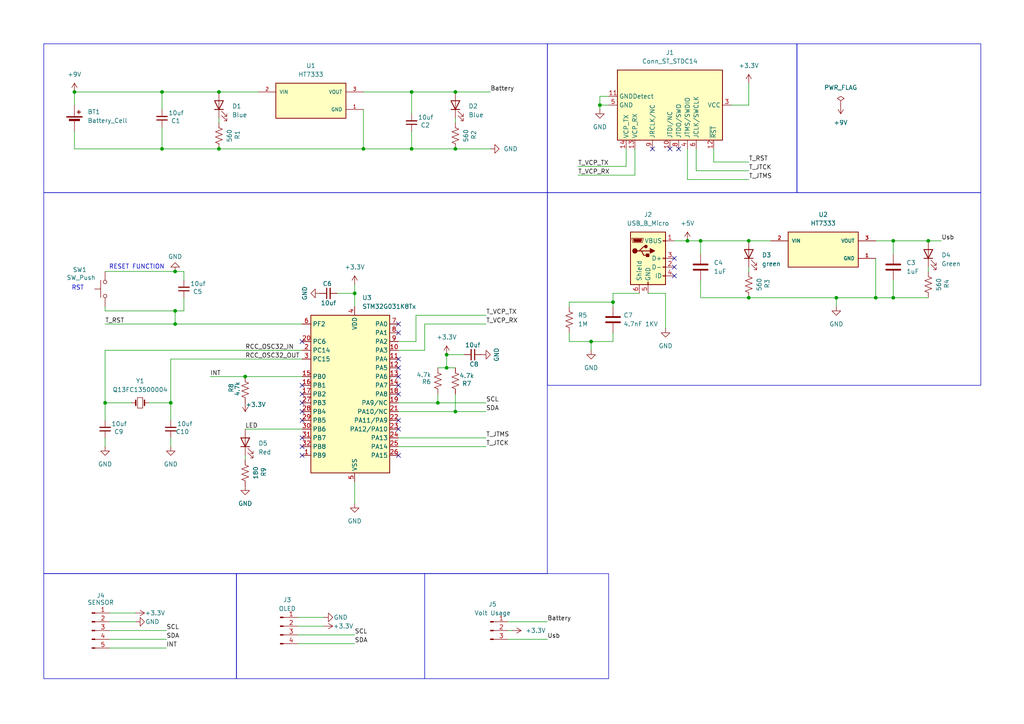
<source format=kicad_sch>
(kicad_sch (version 20250114) (generator "eeschema") (generator_version "9.0")
  (paper "A4")
  (lib_symbols
    (symbol "Connector:Conn_01x03_Pin" (pin_names (offset 1.016) (hide yes))
      (property "Reference" "J" (at 0 5.08 0))
      (property "Value" "Conn_01x03_Pin" (at 0 -5.08 0))
      (symbol "Conn_01x03_Pin_1_1"
        (rectangle (start 0.8636 2.667) (end 0 2.413) (stroke (width 0.1524)) (fill (type outline)))
        (rectangle (start 0.8636 0.127) (end 0 -0.127) (stroke (width 0.1524)) (fill (type outline)))
        (rectangle (start 0.8636 -2.413) (end 0 -2.667) (stroke (width 0.1524)) (fill (type outline)))
        (polyline (pts (xy 1.27 2.54) (xy 0.8636 2.54)) (stroke (width 0.1524)))
        (polyline (pts (xy 1.27 0) (xy 0.8636 0)) (stroke (width 0.1524)))
        (polyline (pts (xy 1.27 -2.54) (xy 0.8636 -2.54)) (stroke (width 0.1524)))
        (pin passive line (at 5.08 2.54 180) (length 3.81) (name "Pin_1") (number "1"))
        (pin passive line (at 5.08 0 180) (length 3.81) (name "Pin_2") (number "2"))
        (pin passive line (at 5.08 -2.54 180) (length 3.81) (name "Pin_3") (number "3"))
      )
    )
    (symbol "Connector:Conn_01x04_Pin" (pin_names (offset 1.016) (hide yes))
      (property "Reference" "J" (at 0 5.08 0))
      (property "Value" "Conn_01x04_Pin" (at 0 -7.62 0))
      (symbol "Conn_01x04_Pin_1_1"
        (rectangle (start 0.8636 2.667) (end 0 2.413) (stroke (width 0.1524)) (fill (type outline)))
        (rectangle (start 0.8636 0.127) (end 0 -0.127) (stroke (width 0.1524)) (fill (type outline)))
        (rectangle (start 0.8636 -2.413) (end 0 -2.667) (stroke (width 0.1524)) (fill (type outline)))
        (rectangle (start 0.8636 -4.953) (end 0 -5.207) (stroke (width 0.1524)) (fill (type outline)))
        (polyline (pts (xy 1.27 2.54) (xy 0.8636 2.54)) (stroke (width 0.1524)))
        (polyline (pts (xy 1.27 0) (xy 0.8636 0)) (stroke (width 0.1524)))
        (polyline (pts (xy 1.27 -2.54) (xy 0.8636 -2.54)) (stroke (width 0.1524)))
        (polyline (pts (xy 1.27 -5.08) (xy 0.8636 -5.08)) (stroke (width 0.1524)))
        (pin passive line (at 5.08 2.54 180) (length 3.81) (name "Pin_1") (number "1"))
        (pin passive line (at 5.08 0 180) (length 3.81) (name "Pin_2") (number "2"))
        (pin passive line (at 5.08 -2.54 180) (length 3.81) (name "Pin_3") (number "3"))
        (pin passive line (at 5.08 -5.08 180) (length 3.81) (name "Pin_4") (number "4"))
      )
    )
    (symbol "Connector:Conn_01x05_Pin" (pin_names (offset 1.016) (hide yes))
      (property "Reference" "J" (at 0 7.62 0))
      (property "Value" "Conn_01x05_Pin" (at 0 -7.62 0))
      (symbol "Conn_01x05_Pin_1_1"
        (rectangle (start 0.8636 5.207) (end 0 4.953) (stroke (width 0.1524)) (fill (type outline)))
        (rectangle (start 0.8636 2.667) (end 0 2.413) (stroke (width 0.1524)) (fill (type outline)))
        (rectangle (start 0.8636 0.127) (end 0 -0.127) (stroke (width 0.1524)) (fill (type outline)))
        (rectangle (start 0.8636 -2.413) (end 0 -2.667) (stroke (width 0.1524)) (fill (type outline)))
        (rectangle (start 0.8636 -4.953) (end 0 -5.207) (stroke (width 0.1524)) (fill (type outline)))
        (polyline (pts (xy 1.27 5.08) (xy 0.8636 5.08)) (stroke (width 0.1524)))
        (polyline (pts (xy 1.27 2.54) (xy 0.8636 2.54)) (stroke (width 0.1524)))
        (polyline (pts (xy 1.27 0) (xy 0.8636 0)) (stroke (width 0.1524)))
        (polyline (pts (xy 1.27 -2.54) (xy 0.8636 -2.54)) (stroke (width 0.1524)))
        (polyline (pts (xy 1.27 -5.08) (xy 0.8636 -5.08)) (stroke (width 0.1524)))
        (pin passive line (at 5.08 5.08 180) (length 3.81) (name "Pin_1") (number "1"))
        (pin passive line (at 5.08 2.54 180) (length 3.81) (name "Pin_2") (number "2"))
        (pin passive line (at 5.08 0 180) (length 3.81) (name "Pin_3") (number "3"))
        (pin passive line (at 5.08 -2.54 180) (length 3.81) (name "Pin_4") (number "4"))
        (pin passive line (at 5.08 -5.08 180) (length 3.81) (name "Pin_5") (number "5"))
      )
    )
    (symbol "Device:Battery_Cell" (pin_numbers (hide yes)) (pin_names (offset 0) (hide yes))
      (property "Reference" "BT" (at 2.54 2.54 0))
      (property "Value" "Battery_Cell" (at 2.54 0 0))
      (symbol "Battery_Cell_0_1"
        (rectangle (start -2.286 1.778) (end 2.286 1.524) (fill (type outline)))
        (rectangle (start -1.524 1.016) (end 1.524 0.508) (fill (type outline)))
        (polyline (pts (xy 0 1.778) (xy 0 2.54)))
        (polyline (pts (xy 0 0.762) (xy 0 0)))
        (polyline (pts (xy 0.762 3.048) (xy 1.778 3.048)) (stroke (width 0.254)))
        (polyline (pts (xy 1.27 3.556) (xy 1.27 2.54)) (stroke (width 0.254)))
      )
      (symbol "Battery_Cell_1_1"
        (pin passive line (at 0 5.08 270) (length 2.54) (name "+") (number "1"))
        (pin passive line (at 0 -2.54 90) (length 2.54) (name "-") (number "2"))
      )
    )
    (symbol "Device:C" (pin_numbers (hide yes)) (pin_names (offset 0.254))
      (property "Reference" "C" (at 0.635 2.54 0))
      (property "Value" "C" (at 0.635 -2.54 0))
      (symbol "C_0_1"
        (polyline (pts (xy -2.032 0.762) (xy 2.032 0.762)) (stroke (width 0.508)))
        (polyline (pts (xy -2.032 -0.762) (xy 2.032 -0.762)) (stroke (width 0.508)))
      )
      (symbol "C_1_1"
        (pin passive line (at 0 3.81 270) (length 2.794) (name "~") (number "1"))
        (pin passive line (at 0 -3.81 90) (length 2.794) (name "~") (number "2"))
      )
    )
    (symbol "Device:C_Small" (pin_numbers (hide yes)) (pin_names (offset 0.254) (hide yes))
      (property "Reference" "C" (at 0.254 1.778 0))
      (property "Value" "C_Small" (at 0.254 -2.032 0))
      (symbol "C_Small_0_1"
        (polyline (pts (xy -1.524 0.508) (xy 1.524 0.508)) (stroke (width 0.3048)))
        (polyline (pts (xy -1.524 -0.508) (xy 1.524 -0.508)) (stroke (width 0.3302)))
      )
      (symbol "C_Small_1_1"
        (pin passive line (at 0 2.54 270) (length 2.032) (name "~") (number "1"))
        (pin passive line (at 0 -2.54 90) (length 2.032) (name "~") (number "2"))
      )
    )
    (symbol "Device:Crystal_Small" (pin_numbers (hide yes)) (pin_names (offset 1.016) (hide yes))
      (property "Reference" "Y" (at 0 2.54 0))
      (property "Value" "Crystal_Small" (at 0 -2.54 0))
      (symbol "Crystal_Small_0_1"
        (polyline (pts (xy -1.27 -0.762) (xy -1.27 0.762)) (stroke (width 0.381)))
        (rectangle (start -0.762 -1.524) (end 0.762 1.524))
        (polyline (pts (xy 1.27 -0.762) (xy 1.27 0.762)) (stroke (width 0.381)))
      )
      (symbol "Crystal_Small_1_1"
        (pin passive line (at -2.54 0 0) (length 1.27) (name "1") (number "1"))
        (pin passive line (at 2.54 0 180) (length 1.27) (name "2") (number "2"))
      )
    )
    (symbol "Device:LED" (pin_numbers (hide yes)) (pin_names (offset 1.016) (hide yes))
      (property "Reference" "D" (at 0 2.54 0))
      (property "Value" "LED" (at 0 -2.54 0))
      (symbol "LED_0_1"
        (polyline (pts (xy -3.048 -0.762) (xy -4.572 -2.286) (xy -3.81 -2.286) (xy -4.572 -2.286) (xy -4.572 -1.524)))
        (polyline (pts (xy -1.778 -0.762) (xy -3.302 -2.286) (xy -2.54 -2.286) (xy -3.302 -2.286) (xy -3.302 -1.524)))
        (polyline (pts (xy -1.27 0) (xy 1.27 0)))
        (polyline (pts (xy -1.27 -1.27) (xy -1.27 1.27)) (stroke (width 0.254)))
        (polyline (pts (xy 1.27 -1.27) (xy 1.27 1.27) (xy -1.27 0) (xy 1.27 -1.27)) (stroke (width 0.254)))
      )
      (symbol "LED_1_1"
        (pin passive line (at -3.81 0 0) (length 2.54) (name "K") (number "1"))
        (pin passive line (at 3.81 0 180) (length 2.54) (name "A") (number "2"))
      )
    )
    (symbol "Device:R_US" (pin_numbers (hide yes)) (pin_names (offset 0))
      (property "Reference" "R" (at 2.54 0 90))
      (property "Value" "R_US" (at -2.54 0 90))
      (symbol "R_US_0_1"
        (polyline (pts (xy 0 2.286) (xy 0 2.54)))
        (polyline (pts (xy 0 2.286) (xy 1.016 1.905) (xy 0 1.524) (xy -1.016 1.143) (xy 0 0.762)))
        (polyline (pts (xy 0 0.762) (xy 1.016 0.381) (xy 0 0) (xy -1.016 -0.381) (xy 0 -0.762)))
        (polyline (pts (xy 0 -0.762) (xy 1.016 -1.143) (xy 0 -1.524) (xy -1.016 -1.905) (xy 0 -2.286)))
        (polyline (pts (xy 0 -2.286) (xy 0 -2.54)))
      )
      (symbol "R_US_1_1"
        (pin passive line (at 0 3.81 270) (length 1.27) (name "~") (number "1"))
        (pin passive line (at 0 -3.81 90) (length 1.27) (name "~") (number "2"))
      )
    )
    (symbol "HT7333:HT7333" (pin_names (offset 1.016))
      (property "Reference" "U" (at -10.16 5.588 0))
      (property "Value" "HT7333" (at -10.16 -7.62 0))
      (symbol "HT7333_0_0"
        (rectangle (start -10.16 -5.08) (end 10.16 5.08) (stroke (width 0.254)) (fill (type background)))
        (pin input line (at -15.24 2.54 0) (length 5.08) (name "VIN") (number "2"))
        (pin power_in line (at 15.24 -2.54 180) (length 5.08) (name "GND") (number "1"))
      )
      (symbol "HT7333_1_0"
        (pin power_out line (at 15.24 2.54 180) (length 5.08) (name "VOUT") (number "3"))
      )
    )
    (symbol "MasterLocal:Conn_ST_STDC14"
      (property "Reference" "J2" (at -8.89 16.51 0))
      (property "Value" "Conn_ST_STDC14" (at 17.78 16.51 0))
      (property "ManPartN" "3220-14-0100-00" (at 0 0 0))
      (property "Manufacturer" "CNC Tech" (at 0 0 0))
      (symbol "Conn_ST_STDC14_0_1"
        (rectangle (start -10.16 15.24) (end 10.16 -15.24) (stroke (width 0.254)) (fill (type background)))
      )
      (symbol "Conn_ST_STDC14_1_1"
        (pin no_connect line (at -10.16 5.08 0) (length 2.54) (hide yes) (name "NC") (number "1"))
        (pin no_connect line (at -10.16 2.54 0) (length 2.54) (hide yes) (name "NC") (number "2"))
        (pin passive line (at -2.54 -17.78 90) (length 2.54) (name "GNDDetect") (number "11"))
        (pin power_in line (at 0 17.78 270) (length 2.54) (name "VCC") (number "3"))
        (pin power_in line (at 0 -17.78 90) (length 2.54) (name "GND") (number "5"))
        (pin passive line (at 0 -17.78 90) (length 2.54) (hide yes) (name "GND") (number "7"))
        (pin open_collector line (at 12.7 12.7 180) (length 2.54) (name "~{RST}") (number "12"))
        (pin output line (at 12.7 7.62 180) (length 2.54) (name "JCLK/SWCLK") (number "6"))
        (pin bidirectional line (at 12.7 5.08 180) (length 2.54) (name "JTMS/SWDIO") (number "4"))
        (pin input line (at 12.7 2.54 180) (length 2.54) (name "JTDO/SWO") (number "8"))
        (pin output line (at 12.7 0 180) (length 2.54) (name "JTDI/NC") (number "10"))
        (pin input line (at 12.7 -5.08 180) (length 2.54) (name "JRCLK/NC") (number "9"))
        (pin output line (at 12.7 -10.16 180) (length 2.54) (name "VCP_RX") (number "13"))
        (pin input line (at 12.7 -12.7 180) (length 2.54) (name "VCP_TX") (number "14"))
      )
    )
    (symbol "MasterLocal:STM32G031K8Tx"
      (property "Reference" "U" (at -10.16 24.13 0))
      (property "Value" "STM32G031K8Tx" (at 5.08 24.13 0))
      (symbol "STM32G031K8Tx_0_1"
        (rectangle (start -10.16 -22.86) (end 12.7 22.86) (stroke (width 0.254)) (fill (type background)))
      )
      (symbol "STM32G031K8Tx_1_1"
        (pin bidirectional line (at -12.7 20.32 0) (length 2.54) (name "PF2") (number "6"))
        (pin bidirectional line (at -12.7 15.24 0) (length 2.54) (name "PC6") (number "20"))
        (pin bidirectional line (at -12.7 12.7 0) (length 2.54) (name "PC14") (number "2"))
        (pin bidirectional line (at -12.7 10.16 0) (length 2.54) (name "PC15") (number "3"))
        (pin bidirectional line (at -12.7 5.08 0) (length 2.54) (name "PB0") (number "15"))
        (pin bidirectional line (at -12.7 2.54 0) (length 2.54) (name "PB1") (number "16"))
        (pin bidirectional line (at -12.7 0 0) (length 2.54) (name "PB2") (number "17"))
        (pin bidirectional line (at -12.7 -2.54 0) (length 2.54) (name "PB3") (number "27"))
        (pin bidirectional line (at -12.7 -5.08 0) (length 2.54) (name "PB4") (number "28"))
        (pin bidirectional line (at -12.7 -7.62 0) (length 2.54) (name "PB5") (number "29"))
        (pin bidirectional line (at -12.7 -10.16 0) (length 2.54) (name "PB6") (number "30"))
        (pin bidirectional line (at -12.7 -12.7 0) (length 2.54) (name "PB7") (number "31"))
        (pin bidirectional line (at -12.7 -15.24 0) (length 2.54) (name "PB8") (number "32"))
        (pin bidirectional line (at -12.7 -17.78 0) (length 2.54) (name "PB9") (number "1"))
        (pin power_in line (at 2.54 25.4 270) (length 2.54) (name "VDD") (number "4"))
        (pin power_in line (at 2.54 -25.4 90) (length 2.54) (name "VSS") (number "5"))
        (pin bidirectional line (at 15.24 20.32 180) (length 2.54) (name "PA0") (number "7"))
        (pin bidirectional line (at 15.24 17.78 180) (length 2.54) (name "PA1") (number "8"))
        (pin bidirectional line (at 15.24 15.24 180) (length 2.54) (name "PA2") (number "9"))
        (pin bidirectional line (at 15.24 12.7 180) (length 2.54) (name "PA3") (number "10"))
        (pin bidirectional line (at 15.24 10.16 180) (length 2.54) (name "PA4") (number "11"))
        (pin bidirectional line (at 15.24 7.62 180) (length 2.54) (name "PA5") (number "12"))
        (pin bidirectional line (at 15.24 5.08 180) (length 2.54) (name "PA6") (number "13"))
        (pin bidirectional line (at 15.24 2.54 180) (length 2.54) (name "PA7") (number "14"))
        (pin bidirectional line (at 15.24 0 180) (length 2.54) (name "PA8") (number "18"))
        (pin bidirectional line (at 15.24 -2.54 180) (length 2.54) (name "PA9/NC") (number "19"))
        (pin bidirectional line (at 15.24 -5.08 180) (length 2.54) (name "PA10/NC") (number "21"))
        (pin bidirectional line (at 15.24 -7.62 180) (length 2.54) (name "PA11/PA9") (number "22"))
        (pin bidirectional line (at 15.24 -10.16 180) (length 2.54) (name "PA12/PA10") (number "23"))
        (pin bidirectional line (at 15.24 -12.7 180) (length 2.54) (name "PA13") (number "24"))
        (pin bidirectional line (at 15.24 -15.24 180) (length 2.54) (name "PA14") (number "25"))
        (pin bidirectional line (at 15.24 -17.78 180) (length 2.54) (name "PA15") (number "26"))
      )
    )
    (symbol "MasterLocal:USB_B_Micro" (pin_names (offset 1.016))
      (property "Reference" "J" (at -5.08 11.43 0))
      (property "Value" "USB_B_Micro" (at -5.08 8.89 0))
      (symbol "USB_B_Micro_0_1"
        (rectangle (start -5.08 -7.62) (end 5.08 7.62) (stroke (width 0.254)) (fill (type background)))
        (polyline (pts (xy -4.699 5.842) (xy -4.699 5.588) (xy -4.445 4.826) (xy -4.445 4.572) (xy -1.651 4.572) (xy -1.651 4.826) (xy -1.397 5.588) (xy -1.397 5.842) (xy -4.699 5.842)))
        (polyline (pts (xy -4.318 5.588) (xy -1.778 5.588) (xy -2.032 4.826) (xy -4.064 4.826) (xy -4.318 5.588)) (fill (type outline)))
        (circle (center -3.81 2.159) (radius 0.635) (stroke (width 0.254)) (fill (type outline)))
        (polyline (pts (xy -3.175 2.159) (xy -2.54 2.159) (xy -1.27 3.429) (xy -0.635 3.429)) (stroke (width 0.254)))
        (polyline (pts (xy -2.54 2.159) (xy -1.905 2.159) (xy -1.27 0.889) (xy 0 0.889)) (stroke (width 0.254)))
        (polyline (pts (xy -1.905 2.159) (xy 0.635 2.159)) (stroke (width 0.254)))
        (circle (center -0.635 3.429) (radius 0.381) (stroke (width 0.254)) (fill (type outline)))
        (rectangle (start -0.127 -7.62) (end 0.127 -6.858))
        (rectangle (start 0.254 1.27) (end -0.508 0.508) (stroke (width 0.254)) (fill (type outline)))
        (polyline (pts (xy 0.635 2.794) (xy 0.635 1.524) (xy 1.905 2.159) (xy 0.635 2.794)) (stroke (width 0.254)) (fill (type outline)))
        (rectangle (start 5.08 4.953) (end 4.318 5.207))
        (rectangle (start 5.08 -0.127) (end 4.318 0.127))
        (rectangle (start 5.08 -2.667) (end 4.318 -2.413))
        (rectangle (start 5.08 -5.207) (end 4.318 -4.953))
      )
      (symbol "USB_B_Micro_1_1"
        (pin passive line (at -2.54 -10.16 90) (length 2.54) (name "Shield") (number "6"))
        (pin power_out line (at 0 -10.16 90) (length 2.54) (name "GND") (number "5"))
        (pin power_out line (at 7.62 5.08 180) (length 2.54) (name "VBUS") (number "1"))
        (pin bidirectional line (at 7.62 0 180) (length 2.54) (name "D+") (number "3"))
        (pin bidirectional line (at 7.62 -2.54 180) (length 2.54) (name "D-") (number "2"))
        (pin passive line (at 7.62 -5.08 180) (length 2.54) (name "ID") (number "4"))
      )
    )
    (symbol "Switch:SW_Push" (pin_numbers (hide yes)) (pin_names (offset 1.016) (hide yes))
      (property "Reference" "SW" (at 1.27 2.54 0))
      (property "Value" "SW_Push" (at 0 -1.524 0))
      (symbol "SW_Push_0_1"
        (circle (center -2.032 0) (radius 0.508))
        (polyline (pts (xy 0 1.27) (xy 0 3.048)))
        (circle (center 2.032 0) (radius 0.508))
        (polyline (pts (xy 2.54 1.27) (xy -2.54 1.27)))
        (pin passive line (at -5.08 0 0) (length 2.54) (name "1") (number "1"))
        (pin passive line (at 5.08 0 180) (length 2.54) (name "2") (number "2"))
      )
    )
    (symbol "power:+3.3V" (power) (pin_numbers (hide yes)) (pin_names (offset 0) (hide yes))
      (property "Value" "+3.3V" (at 0 3.556 0))
      (symbol "+3.3V_0_1"
        (polyline (pts (xy -0.762 1.27) (xy 0 2.54)))
        (polyline (pts (xy 0 2.54) (xy 0.762 1.27)))
        (polyline (pts (xy 0 0) (xy 0 2.54)))
      )
      (symbol "+3.3V_1_1"
        (pin power_in line (at 0 0 90) (length 0) (name "~") (number "1"))
      )
    )
    (symbol "power:+5V" (power) (pin_numbers (hide yes)) (pin_names (offset 0) (hide yes))
      (property "Value" "+5V" (at 0 3.556 0))
      (symbol "+5V_0_1"
        (polyline (pts (xy -0.762 1.27) (xy 0 2.54)))
        (polyline (pts (xy 0 2.54) (xy 0.762 1.27)))
        (polyline (pts (xy 0 0) (xy 0 2.54)))
      )
      (symbol "+5V_1_1"
        (pin power_in line (at 0 0 90) (length 0) (name "~") (number "1"))
      )
    )
    (symbol "power:+9V" (power) (pin_numbers (hide yes)) (pin_names (offset 0) (hide yes))
      (property "Value" "+9V" (at 0 3.556 0))
      (symbol "+9V_0_1"
        (polyline (pts (xy -0.762 1.27) (xy 0 2.54)))
        (polyline (pts (xy 0 2.54) (xy 0.762 1.27)))
        (polyline (pts (xy 0 0) (xy 0 2.54)))
      )
      (symbol "+9V_1_1"
        (pin power_in line (at 0 0 90) (length 0) (name "~") (number "1"))
      )
    )
    (symbol "power:GND" (power) (pin_numbers (hide yes)) (pin_names (offset 0) (hide yes))
      (property "Value" "GND" (at 0 -3.81 0))
      (symbol "GND_0_1"
        (polyline (pts (xy 0 0) (xy 0 -1.27) (xy 1.27 -1.27) (xy 0 -2.54) (xy -1.27 -1.27) (xy 0 -1.27)))
      )
      (symbol "GND_1_1"
        (pin power_in line (at 0 0 270) (length 0) (name "~") (number "1"))
      )
    )
    (symbol "power:PWR_FLAG" (power) (pin_numbers (hide yes)) (pin_names (offset 0) (hide yes))
      (property "Value" "PWR_FLAG" (at 0 3.81 0))
      (symbol "PWR_FLAG_0_0"
        (pin power_out line (at 0 0 90) (length 0) (name "~") (number "1"))
      )
      (symbol "PWR_FLAG_0_1"
        (polyline (pts (xy 0 0) (xy 0 1.27) (xy -1.016 1.905) (xy 0 2.54) (xy 1.016 1.905) (xy 0 1.27)))
      )
    )
  )
  (rectangle (start 12.7 166.37) (end 68.58 196.85))
  (rectangle (start 68.58 166.37) (end 123.19 196.85))
  (rectangle (start 12.7 12.7) (end 158.75 55.88))
  (rectangle (start 12.7 55.88) (end 158.75 166.37))
  (rectangle (start 123.19 166.37) (end 176.53 196.85))
  (rectangle (start 158.75 55.88) (end 284.48 111.76))
  (rectangle (start 158.75 12.7) (end 231.14 55.88))
  (rectangle (start 231.14 12.7) (end 284.48 55.88))
  (text "RST" (at 24.384 84.328 0) (effects (font (size 1.27 1.27)) (justify right bottom)))
  (text "RESET FUNCTION" (at 47.752 78.232 0) (effects (font (size 1.27 1.27)) (justify right bottom)))
  (junction (at 132.08 43.18))
  (junction (at 259.08 69.85))
  (junction (at 46.99 26.67))
  (junction (at 242.57 86.36))
  (junction (at 50.8 78.74))
  (junction (at 217.17 69.85))
  (junction (at 171.45 99.06))
  (junction (at 21.59 26.67))
  (junction (at 173.99 30.48))
  (junction (at 132.08 119.38))
  (junction (at 105.41 43.18))
  (junction (at 217.17 86.36))
  (junction (at 63.5 43.18))
  (junction (at 177.8 87.63))
  (junction (at 254 86.36))
  (junction (at 127 116.84))
  (junction (at 132.08 26.67))
  (junction (at 30.48 116.84))
  (junction (at 259.08 86.36))
  (junction (at 102.87 85.09))
  (junction (at 129.54 106.68))
  (junction (at 199.39 69.85))
  (junction (at 203.2 69.85))
  (junction (at 50.8 90.17))
  (junction (at 46.99 43.18))
  (junction (at 129.54 102.87))
  (junction (at 71.12 109.22))
  (junction (at 119.38 26.67))
  (junction (at 49.53 116.84))
  (junction (at 50.8 93.98))
  (junction (at 63.5 26.67))
  (junction (at 269.24 69.85))
  (junction (at 119.38 43.18))
  (no_connect (at 115.57 111.76))
  (no_connect (at 189.23 43.18))
  (no_connect (at 115.57 96.52))
  (no_connect (at 115.57 93.98))
  (no_connect (at 196.85 43.18))
  (no_connect (at 115.57 121.92))
  (no_connect (at 87.63 132.08))
  (no_connect (at 115.57 109.22))
  (no_connect (at 87.63 121.92))
  (no_connect (at 87.63 116.84))
  (no_connect (at 115.57 132.08))
  (no_connect (at 87.63 127))
  (no_connect (at 195.58 77.47))
  (no_connect (at 87.63 119.38))
  (no_connect (at 115.57 124.46))
  (no_connect (at 195.58 80.01))
  (no_connect (at 87.63 111.76))
  (no_connect (at 115.57 104.14))
  (no_connect (at 87.63 114.3))
  (no_connect (at 194.31 43.18))
  (no_connect (at 115.57 106.68))
  (no_connect (at 115.57 114.3))
  (no_connect (at 87.63 129.54))
  (no_connect (at 87.63 99.06))
  (no_connect (at 195.58 74.93))
  (wire (pts (xy 242.57 86.36) (xy 242.57 88.9)))
  (wire (pts (xy 119.38 26.67) (xy 119.38 33.02)))
  (wire (pts (xy 46.99 26.67) (xy 46.99 31.75)))
  (wire (pts (xy 50.8 90.17) (xy 53.34 90.17)))
  (wire (pts (xy 50.8 93.98) (xy 87.63 93.98)))
  (wire (pts (xy 199.39 43.18) (xy 199.39 52.07)))
  (wire (pts (xy 71.12 132.08) (xy 71.12 133.35)))
  (wire (pts (xy 207.01 46.99) (xy 207.01 43.18)))
  (wire (pts (xy 132.08 119.38) (xy 140.97 119.38)))
  (wire (pts (xy 30.48 127) (xy 30.48 129.54)))
  (wire (pts (xy 199.39 69.85) (xy 203.2 69.85)))
  (wire (pts (xy 30.48 88.9) (xy 30.48 90.17)))
  (wire (pts (xy 30.48 101.6) (xy 30.48 116.84)))
  (wire (pts (xy 147.32 182.88) (xy 148.59 182.88)))
  (wire (pts (xy 115.57 129.54) (xy 140.97 129.54)))
  (wire (pts (xy 254 86.36) (xy 259.08 86.36)))
  (wire (pts (xy 102.87 139.7) (xy 102.87 146.05)))
  (wire (pts (xy 53.34 78.74) (xy 53.34 81.28)))
  (wire (pts (xy 132.08 114.3) (xy 132.08 119.38)))
  (wire (pts (xy 49.53 127) (xy 49.53 129.54)))
  (wire (pts (xy 30.48 90.17) (xy 50.8 90.17)))
  (wire (pts (xy 86.36 186.69) (xy 102.87 186.69)))
  (wire (pts (xy 97.79 85.09) (xy 102.87 85.09)))
  (wire (pts (xy 217.17 69.85) (xy 223.52 69.85)))
  (wire (pts (xy 105.41 43.18) (xy 119.38 43.18)))
  (wire (pts (xy 30.48 93.98) (xy 50.8 93.98)))
  (wire (pts (xy 269.24 69.85) (xy 259.08 69.85)))
  (wire (pts (xy 30.48 101.6) (xy 87.63 101.6)))
  (wire (pts (xy 21.59 38.1) (xy 21.59 43.18)))
  (wire (pts (xy 193.04 85.09) (xy 187.96 85.09)))
  (wire (pts (xy 147.32 185.42) (xy 158.75 185.42)))
  (wire (pts (xy 63.5 34.29) (xy 63.5 35.56)))
  (wire (pts (xy 177.8 99.06) (xy 171.45 99.06)))
  (wire (pts (xy 132.08 34.29) (xy 132.08 35.56)))
  (wire (pts (xy 181.61 43.18) (xy 181.61 48.26)))
  (wire (pts (xy 71.12 109.22) (xy 87.63 109.22)))
  (wire (pts (xy 119.38 38.1) (xy 119.38 43.18)))
  (wire (pts (xy 86.36 179.07) (xy 93.98 179.07)))
  (wire (pts (xy 86.36 184.15) (xy 102.87 184.15)))
  (wire (pts (xy 30.48 116.84) (xy 38.1 116.84)))
  (wire (pts (xy 115.57 127) (xy 140.97 127)))
  (wire (pts (xy 31.75 187.96) (xy 48.26 187.96)))
  (wire (pts (xy 273.05 69.85) (xy 269.24 69.85)))
  (wire (pts (xy 53.34 86.36) (xy 53.34 90.17)))
  (wire (pts (xy 50.8 90.17) (xy 50.8 93.98)))
  (wire (pts (xy 120.65 91.44) (xy 120.65 99.06)))
  (wire (pts (xy 21.59 26.67) (xy 46.99 26.67)))
  (wire (pts (xy 171.45 99.06) (xy 171.45 101.6)))
  (wire (pts (xy 30.48 116.84) (xy 30.48 121.92)))
  (wire (pts (xy 165.1 99.06) (xy 165.1 96.52)))
  (wire (pts (xy 259.08 69.85) (xy 259.08 73.66)))
  (wire (pts (xy 127 106.68) (xy 129.54 106.68)))
  (wire (pts (xy 165.1 87.63) (xy 165.1 88.9)))
  (wire (pts (xy 129.54 102.87) (xy 129.54 106.68)))
  (wire (pts (xy 127 114.3) (xy 127 116.84)))
  (wire (pts (xy 115.57 99.06) (xy 120.65 99.06)))
  (wire (pts (xy 31.75 180.34) (xy 39.37 180.34)))
  (wire (pts (xy 102.87 82.55) (xy 102.87 85.09)))
  (wire (pts (xy 31.75 185.42) (xy 48.26 185.42)))
  (wire (pts (xy 63.5 26.67) (xy 74.93 26.67)))
  (wire (pts (xy 176.53 30.48) (xy 173.99 30.48)))
  (wire (pts (xy 102.87 85.09) (xy 102.87 88.9)))
  (wire (pts (xy 21.59 30.48) (xy 21.59 26.67)))
  (wire (pts (xy 203.2 69.85) (xy 217.17 69.85)))
  (wire (pts (xy 199.39 52.07) (xy 217.17 52.07)))
  (wire (pts (xy 115.57 101.6) (xy 123.19 101.6)))
  (wire (pts (xy 173.99 30.48) (xy 173.99 31.75)))
  (wire (pts (xy 105.41 31.75) (xy 105.41 43.18)))
  (wire (pts (xy 259.08 81.28) (xy 259.08 86.36)))
  (wire (pts (xy 147.32 180.34) (xy 158.75 180.34)))
  (wire (pts (xy 31.75 182.88) (xy 48.26 182.88)))
  (wire (pts (xy 46.99 26.67) (xy 63.5 26.67)))
  (wire (pts (xy 115.57 119.38) (xy 132.08 119.38)))
  (wire (pts (xy 217.17 24.13) (xy 217.17 30.48)))
  (wire (pts (xy 177.8 85.09) (xy 177.8 87.63)))
  (wire (pts (xy 254 86.36) (xy 242.57 86.36)))
  (wire (pts (xy 177.8 96.52) (xy 177.8 99.06)))
  (wire (pts (xy 201.93 43.18) (xy 201.93 49.53)))
  (wire (pts (xy 127 116.84) (xy 140.97 116.84)))
  (wire (pts (xy 43.18 116.84) (xy 49.53 116.84)))
  (wire (pts (xy 184.15 43.18) (xy 184.15 50.8)))
  (wire (pts (xy 134.62 102.87) (xy 129.54 102.87)))
  (wire (pts (xy 203.2 73.66) (xy 203.2 69.85)))
  (wire (pts (xy 177.8 85.09) (xy 185.42 85.09)))
  (wire (pts (xy 254 74.93) (xy 254 86.36)))
  (wire (pts (xy 193.04 85.09) (xy 193.04 95.25)))
  (wire (pts (xy 203.2 81.28) (xy 203.2 86.36)))
  (wire (pts (xy 176.53 27.94) (xy 173.99 27.94)))
  (wire (pts (xy 217.17 86.36) (xy 242.57 86.36)))
  (wire (pts (xy 132.08 43.18) (xy 142.24 43.18)))
  (wire (pts (xy 119.38 26.67) (xy 132.08 26.67)))
  (wire (pts (xy 173.99 27.94) (xy 173.99 30.48)))
  (wire (pts (xy 217.17 46.99) (xy 207.01 46.99)))
  (wire (pts (xy 49.53 104.14) (xy 87.63 104.14)))
  (wire (pts (xy 60.96 109.22) (xy 71.12 109.22)))
  (wire (pts (xy 123.19 93.98) (xy 123.19 101.6)))
  (wire (pts (xy 167.64 50.8) (xy 184.15 50.8)))
  (wire (pts (xy 71.12 124.46) (xy 87.63 124.46)))
  (wire (pts (xy 217.17 77.47) (xy 217.17 78.74)))
  (wire (pts (xy 201.93 49.53) (xy 217.17 49.53)))
  (wire (pts (xy 46.99 36.83) (xy 46.99 43.18)))
  (wire (pts (xy 171.45 99.06) (xy 165.1 99.06)))
  (wire (pts (xy 49.53 116.84) (xy 49.53 121.92)))
  (wire (pts (xy 120.65 91.44) (xy 140.97 91.44)))
  (wire (pts (xy 203.2 86.36) (xy 217.17 86.36)))
  (wire (pts (xy 105.41 26.67) (xy 119.38 26.67)))
  (wire (pts (xy 49.53 116.84) (xy 49.53 104.14)))
  (wire (pts (xy 123.19 93.98) (xy 140.97 93.98)))
  (wire (pts (xy 46.99 43.18) (xy 63.5 43.18)))
  (wire (pts (xy 119.38 43.18) (xy 132.08 43.18)))
  (wire (pts (xy 195.58 69.85) (xy 199.39 69.85)))
  (wire (pts (xy 115.57 116.84) (xy 127 116.84)))
  (wire (pts (xy 181.61 48.26) (xy 167.64 48.26)))
  (wire (pts (xy 212.09 30.48) (xy 217.17 30.48)))
  (wire (pts (xy 30.48 78.74) (xy 50.8 78.74)))
  (wire (pts (xy 269.24 77.47) (xy 269.24 78.74)))
  (wire (pts (xy 50.8 78.74) (xy 53.34 78.74)))
  (wire (pts (xy 129.54 106.68) (xy 132.08 106.68)))
  (wire (pts (xy 254 69.85) (xy 259.08 69.85)))
  (wire (pts (xy 132.08 26.67) (xy 142.24 26.67)))
  (wire (pts (xy 259.08 86.36) (xy 269.24 86.36)))
  (wire (pts (xy 39.37 177.8) (xy 31.75 177.8)))
  (wire (pts (xy 177.8 87.63) (xy 165.1 87.63)))
  (wire (pts (xy 21.59 43.18) (xy 46.99 43.18)))
  (wire (pts (xy 177.8 88.9) (xy 177.8 87.63)))
  (wire (pts (xy 63.5 43.18) (xy 105.41 43.18)))
  (wire (pts (xy 86.36 181.61) (xy 93.98 181.61)))
  (label "SCL" (at 102.87 184.15 0))
  (label "T_JTMS" (at 217.17 52.07 0))
  (label "T_RST" (at 217.17 46.99 0))
  (label "SDA" (at 140.97 119.38 0))
  (label "SCL" (at 140.97 116.84 0))
  (label "LED" (at 71.12 124.46 0))
  (label "RCC_OSC32_OUT" (at 71.12 104.14 0))
  (label "INT" (at 48.26 187.96 0))
  (label "T_JTCK" (at 217.17 49.53 0))
  (label "T_RST" (at 30.48 93.98 0))
  (label "SDA" (at 48.26 185.42 0))
  (label "T_VCP_RX" (at 140.97 93.98 0))
  (label "Usb" (at 158.75 185.42 0))
  (label "RCC_OSC32_IN" (at 71.12 101.6 0))
  (label "T_VCP_RX" (at 167.64 50.8 0))
  (label "T_VCP_TX" (at 167.64 48.26 0))
  (label "SCL" (at 48.26 182.88 0))
  (label "SDA" (at 102.87 186.69 0))
  (label "T_JTCK" (at 140.97 129.54 0))
  (label "Battery" (at 142.24 26.67 0))
  (label "INT" (at 60.96 109.22 0))
  (label "T_VCP_TX" (at 140.97 91.44 0))
  (label "Usb" (at 273.05 69.85 0))
  (label "Battery" (at 158.75 180.34 0))
  (label "T_JTMS" (at 140.97 127 0))
  (symbol (lib_id "power:+3.3V") (at 217.17 24.13 0) (unit 1)
    (property "Reference" "#PWR01" (effects (hide yes)))
    (property "Value" "+3.3V" (at 217.17 19.05 0))
    (property "Description" "Power symbol creates a global label with name \"+3.3V\"" (effects (hide yes)))
  )
  (symbol (lib_id "power:+9V") (at 243.84 30.48 180) (unit 1)
    (property "Reference" "#PWR03" (effects (hide yes)))
    (property "Value" "+9V" (at 243.84 35.56 0))
    (property "Description" "Power symbol creates a global label with name \"+9V\"" (effects (hide yes)))
  )
  (symbol (lib_id "Device:R_US") (at 217.17 82.55 180) (unit 1)
    (property "Reference" "R3" (at 222.504 82.296 90))
    (property "Value" "560" (at 220.218 82.55 90))
    (property "Footprint" "MasterLocal:R_0603_1608Metric" (effects (hide yes)))
    (property "Description" "Resistor, US symbol" (effects (hide yes)))
  )
  (symbol (lib_id "power:+3.3V") (at 129.54 102.87 0) (unit 1)
    (property "Reference" "#PWR013" (effects (hide yes)))
    (property "Value" "+3.3V" (at 129.54 97.79 0))
    (property "Description" "Power symbol creates a global label with name \"+3.3V\"" (effects (hide yes)))
  )
  (symbol (lib_id "power:GND") (at 242.57 88.9 0) (unit 1)
    (property "Reference" "#PWR010" (effects (hide yes)))
    (property "Value" "GND" (at 242.57 93.98 0))
    (property "Description" "Power symbol creates a global label with name \"GND\" , ground" (effects (hide yes)))
  )
  (symbol (lib_id "power:+3.3V") (at 71.12 116.84 180) (unit 1)
    (property "Reference" "#PWR015" (effects (hide yes)))
    (property "Value" "+3.3V" (at 74.168 117.348 0))
    (property "Description" "Power symbol creates a global label with name \"+3.3V\"" (effects (hide yes)))
  )
  (symbol (lib_id "power:GND") (at 142.24 43.18 90) (unit 1)
    (property "Reference" "#PWR05" (effects (hide yes)))
    (property "Value" "GND" (at 146.05 43.1799 90) (effects (justify right)))
    (property "Description" "Power symbol creates a global label with name \"GND\" , ground" (effects (hide yes)))
  )
  (symbol (lib_id "Device:LED") (at 71.12 128.27 90) (unit 1)
    (property "Reference" "D5" (at 74.93 128.5874 90) (effects (justify right)))
    (property "Value" "Red" (at 74.93 131.1274 90) (effects (justify right)))
    (property "Footprint" "MasterLocal:LED_0603_1608Metric" (effects (hide yes)))
    (property "Description" "Light emitting diode" (effects (hide yes)))
    (property "Sim.Pins" "1=K 2=A" (effects (hide yes)))
  )
  (symbol (lib_id "HT7333:HT7333") (at 90.17 29.21 0) (unit 1)
    (property "Reference" "U1" (at 90.17 19.05 0))
    (property "Value" "HT7333" (at 90.17 21.59 0))
    (property "Footprint" "MasterLocal:IC_HT7333" (effects (hide yes)))
    (property "MF" "Holtek Semiconductor" (effects (hide yes)))
    (property "MAXIMUM_PACKAGE_HEIGHT" "1.6 mm" (effects (hide yes)))
    (property "Package" "None" (effects (hide yes)))
    (property "Price" "None" (effects (hide yes)))
    (property "Check_prices" "https://www.snapeda.com/parts/HT7333/Holtek/view-part/?ref=eda" (effects (hide yes)))
    (property "STANDARD" "Manufacturer Recommendations" (effects (hide yes)))
    (property "PARTREV" "1.80" (effects (hide yes)))
    (property "SnapEDA_Link" "https://www.snapeda.com/parts/HT7333/Holtek/view-part/?ref=snap" (effects (hide yes)))
    (property "MP" "HT7333" (effects (hide yes)))
    (property "Description_1" "Three-terminal, low power, high voltage regulator implemented in CMOS technology" (effects (hide yes)))
    (property "SNAPEDA_PN" "HT7333" (effects (hide yes)))
    (property "Availability" "In Stock" (effects (hide yes)))
    (property "MANUFACTURER" "Holtek" (effects (hide yes)))
  )
  (symbol (lib_id "Connector:Conn_01x05_Pin") (at 26.67 182.88 0) (unit 1)
    (property "Reference" "J4" (at 29.21 172.72 0))
    (property "Value" "SENSOR" (at 29.21 174.752 0))
    (property "Footprint" "Connector_PinHeader_2.54mm:PinHeader_1x05_P2.54mm_Vertical" (effects (hide yes)))
    (property "Description" "Generic connector, single row, 01x05, script generated" (effects (hide yes)))
  )
  (symbol (lib_id "MasterLocal:Conn_ST_STDC14") (at 194.31 30.48 270) (unit 1)
    (property "Reference" "J1" (at 194.31 15.24 90))
    (property "Value" "Conn_ST_STDC14" (at 194.31 17.78 90))
    (property "Footprint" "MasterLocal:3220-14-0100-00" (effects (hide yes)))
    (property "Datasheet" "https://www.cnctech.us/pdfs/3220-XX-0100-00_.pdf" (effects (hide yes)))
    (property "Description" "ST Debug Connector, standard ARM Cortex-M SWD and JTAG interface plus UART" (effects (hide yes)))
    (property "ManPartN" "3220-14-0100-00" (effects (hide yes)))
    (property "Manufacturer" "CNC Tech" (effects (hide yes)))
  )
  (symbol (lib_id "power:GND") (at 49.53 129.54 0) (unit 1)
    (property "Reference" "#PWR017" (effects (hide yes)))
    (property "Value" "GND" (at 49.53 134.62 0))
    (property "Description" "Power symbol creates a global label with name \"GND\" , ground" (effects (hide yes)))
  )
  (symbol (lib_id "Device:R_US") (at 132.08 110.49 180) (unit 1)
    (property "Reference" "R7" (at 135.382 111.252 0))
    (property "Value" "4.7k" (at 135.382 108.966 0))
    (property "Footprint" "MasterLocal:R_0603_1608Metric" (effects (hide yes)))
    (property "Description" "Resistor, US symbol" (effects (hide yes)))
  )
  (symbol (lib_id "Device:C_Small") (at 137.16 102.87 270) (unit 1)
    (property "Reference" "C8" (at 136.144 105.664 90) (effects (justify left)))
    (property "Value" "10uf" (at 134.874 100.076 90) (effects (justify left)))
    (property "Footprint" "MasterLocal:C_0603_1608Metric" (effects (hide yes)))
    (property "Description" "Unpolarized capacitor, small symbol" (effects (hide yes)))
  )
  (symbol (lib_id "Device:R_US") (at 63.5 39.37 180) (unit 1)
    (property "Reference" "R1" (at 68.834 39.116 90))
    (property "Value" "560" (at 66.548 39.37 90))
    (property "Footprint" "MasterLocal:R_0603_1608Metric" (effects (hide yes)))
    (property "Description" "Resistor, US symbol" (effects (hide yes)))
  )
  (symbol (lib_id "power:GND") (at 139.7 102.87 90) (unit 1)
    (property "Reference" "#PWR014" (effects (hide yes)))
    (property "Value" "GND" (at 144.018 102.87 0))
    (property "Description" "Power symbol creates a global label with name \"GND\" , ground" (effects (hide yes)))
  )
  (symbol (lib_id "Device:C") (at 203.2 77.47 0) (unit 1)
    (property "Reference" "C4" (at 207.01 76.1999 0) (effects (justify left)))
    (property "Value" "1uF" (at 207.01 78.7399 0) (effects (justify left)))
    (property "Footprint" "MasterLocal:C_0603_1608Metric" (effects (hide yes)))
    (property "Description" "Unpolarized capacitor" (effects (hide yes)))
  )
  (symbol (lib_id "Device:C_Small") (at 119.38 35.56 180) (unit 1)
    (property "Reference" "C2" (at 124.714 36.322 0) (effects (justify left)))
    (property "Value" "10uf" (at 125.73 34.036 0) (effects (justify left)))
    (property "Footprint" "MasterLocal:C_0603_1608Metric" (effects (hide yes)))
    (property "Description" "Unpolarized capacitor, small symbol" (effects (hide yes)))
  )
  (symbol (lib_id "power:+3.3V") (at 39.37 177.8 270) (unit 1)
    (property "Reference" "#PWR020" (effects (hide yes)))
    (property "Value" "+3.3V" (at 44.958 177.8 90))
    (property "Description" "Power symbol creates a global label with name \"+3.3V\"" (effects (hide yes)))
  )
  (symbol (lib_id "Device:C_Small") (at 49.53 124.46 180) (unit 1)
    (property "Reference" "C10" (at 54.864 125.222 0) (effects (justify left)))
    (property "Value" "10uf" (at 55.88 122.936 0) (effects (justify left)))
    (property "Footprint" "MasterLocal:C_0603_1608Metric" (effects (hide yes)))
    (property "Description" "Unpolarized capacitor, small symbol" (effects (hide yes)))
  )
  (symbol (lib_id "power:+9V") (at 21.59 26.67 0) (unit 1)
    (property "Reference" "#PWR02" (effects (hide yes)))
    (property "Value" "+9V" (at 21.59 21.59 0))
    (property "Description" "Power symbol creates a global label with name \"+9V\"" (effects (hide yes)))
  )
  (symbol (lib_id "Device:Battery_Cell") (at 21.59 35.56 0) (unit 1)
    (property "Reference" "BT1" (at 25.4 32.4484 0) (effects (justify left)))
    (property "Value" "Battery_Cell" (at 25.4 34.9884 0) (effects (justify left)))
    (property "Footprint" "Battery:BatteryHolder_Eagle_12BH611-GR" (effects (hide yes)))
    (property "Description" "Single-cell battery" (effects (hide yes)))
  )
  (symbol (lib_id "power:PWR_FLAG") (at 243.84 30.48 0) (unit 1)
    (property "Reference" "#FLG01" (effects (hide yes)))
    (property "Value" "PWR_FLAG" (at 243.84 25.4 0))
    (property "Description" "Special symbol for telling ERC where power comes from" (effects (hide yes)))
  )
  (symbol (lib_id "power:GND") (at 71.12 140.97 0) (unit 1)
    (property "Reference" "#PWR018" (effects (hide yes)))
    (property "Value" "GND" (at 71.12 146.05 0))
    (property "Description" "Power symbol creates a global label with name \"GND\" , ground" (effects (hide yes)))
  )
  (symbol (lib_id "MasterLocal:STM32G031K8Tx") (at 100.33 114.3 0) (unit 1)
    (property "Reference" "U3" (at 105.0641 86.36 0) (effects (justify left)))
    (property "Value" "STM32G031K8Tx" (at 105.0641 88.9 0) (effects (justify left)))
    (property "Footprint" "MasterLocal:LQFP-32" (effects (hide yes)))
    (property "Datasheet" "https://www.st.com/resource/en/datasheet/stm32g031k8.pdf" (effects (hide yes)))
    (property "Description" "STMicroelectronics Arm Cortex-M0+ MCU, 64KB flash, 8KB RAM, 64 MHz, 1.7-3.6V, 30 GPIO, LQFP32" (effects (hide yes)))
  )
  (symbol (lib_id "Connector:Conn_01x03_Pin") (at 142.24 182.88 0) (unit 1)
    (property "Reference" "J5" (at 142.875 175.26 0))
    (property "Value" "Volt Usage" (at 142.875 177.8 0))
    (property "Footprint" "Connector_PinHeader_2.54mm:PinHeader_1x03_P2.54mm_Vertical" (effects (hide yes)))
    (property "Description" "Generic connector, single row, 01x03, script generated" (effects (hide yes)))
  )
  (symbol (lib_id "Device:C_Small") (at 95.25 85.09 90) (unit 1)
    (property "Reference" "C6" (at 96.266 82.296 90) (effects (justify left)))
    (property "Value" "10uf" (at 97.536 87.884 90) (effects (justify left)))
    (property "Footprint" "MasterLocal:C_0603_1608Metric" (effects (hide yes)))
    (property "Description" "Unpolarized capacitor, small symbol" (effects (hide yes)))
  )
  (symbol (lib_id "power:+3.3V") (at 148.59 182.88 270) (unit 1)
    (property "Reference" "#PWR024" (effects (hide yes)))
    (property "Value" "+3.3V" (at 152.4 182.8799 90) (effects (justify left)))
    (property "Description" "Power symbol creates a global label with name \"+3.3V\"" (effects (hide yes)))
  )
  (symbol (lib_id "Device:LED") (at 217.17 73.66 90) (unit 1)
    (property "Reference" "D3" (at 220.98 73.9774 90) (effects (justify right)))
    (property "Value" "green" (at 220.98 76.5174 90) (effects (justify right)))
    (property "Footprint" "MasterLocal:LED_0603_1608Metric" (effects (hide yes)))
    (property "Description" "Light emitting diode" (effects (hide yes)))
    (property "Sim.Pins" "1=K 2=A" (effects (hide yes)))
  )
  (symbol (lib_id "Device:R_US") (at 165.1 92.71 0) (unit 1)
    (property "Reference" "R5" (at 167.64 91.4399 0) (effects (justify left)))
    (property "Value" "1M" (at 167.64 93.9799 0) (effects (justify left)))
    (property "Footprint" "MasterLocal:R_0603_1608Metric" (effects (hide yes)))
    (property "Description" "Resistor, US symbol" (effects (hide yes)))
  )
  (symbol (lib_id "power:GND") (at 30.48 129.54 0) (unit 1)
    (property "Reference" "#PWR016" (effects (hide yes)))
    (property "Value" "GND" (at 30.48 134.62 0))
    (property "Description" "Power symbol creates a global label with name \"GND\" , ground" (effects (hide yes)))
  )
  (symbol (lib_id "power:GND") (at 102.87 146.05 0) (unit 1)
    (property "Reference" "#PWR019" (effects (hide yes)))
    (property "Value" "GND" (at 102.87 151.13 0))
    (property "Description" "Power symbol creates a global label with name \"GND\" , ground" (effects (hide yes)))
  )
  (symbol (lib_id "power:GND") (at 39.37 180.34 90) (unit 1)
    (property "Reference" "#PWR022" (effects (hide yes)))
    (property "Value" "GND" (at 44.196 180.34 90))
    (property "Description" "Power symbol creates a global label with name \"GND\" , ground" (effects (hide yes)))
  )
  (symbol (lib_id "Device:R_US") (at 71.12 113.03 0) (unit 1)
    (property "Reference" "R8" (at 67.056 112.522 90))
    (property "Value" "4.7k" (at 68.834 112.776 90))
    (property "Footprint" "MasterLocal:R_0603_1608Metric" (effects (hide yes)))
    (property "Description" "Resistor, US symbol" (effects (hide yes)))
  )
  (symbol (lib_id "power:+3.3V") (at 102.87 82.55 0) (unit 1)
    (property "Reference" "#PWR08" (effects (hide yes)))
    (property "Value" "+3.3V" (at 102.87 77.47 0))
    (property "Description" "Power symbol creates a global label with name \"+3.3V\"" (effects (hide yes)))
  )
  (symbol (lib_id "power:GND") (at 93.98 179.07 90) (unit 1)
    (property "Reference" "#PWR021" (effects (hide yes)))
    (property "Value" "GND" (at 98.806 179.07 90))
    (property "Description" "Power symbol creates a global label with name \"GND\" , ground" (effects (hide yes)))
  )
  (symbol (lib_id "Device:C_Small") (at 30.48 124.46 180) (unit 1)
    (property "Reference" "C9" (at 35.814 125.222 0) (effects (justify left)))
    (property "Value" "10uf" (at 36.83 122.936 0) (effects (justify left)))
    (property "Footprint" "MasterLocal:C_0603_1608Metric" (effects (hide yes)))
    (property "Description" "Unpolarized capacitor, small symbol" (effects (hide yes)))
  )
  (symbol (lib_id "Device:R_US") (at 127 110.49 180) (unit 1)
    (property "Reference" "R6" (at 123.698 110.744 0))
    (property "Value" "4.7k" (at 122.936 108.712 0))
    (property "Footprint" "MasterLocal:R_0603_1608Metric" (effects (hide yes)))
    (property "Description" "Resistor, US symbol" (effects (hide yes)))
  )
  (symbol (lib_id "Device:R_US") (at 71.12 137.16 180) (unit 1)
    (property "Reference" "R9" (at 76.454 136.906 90))
    (property "Value" "180" (at 74.168 137.16 90))
    (property "Footprint" "MasterLocal:R_0603_1608Metric" (effects (hide yes)))
    (property "Description" "Resistor, US symbol" (effects (hide yes)))
  )
  (symbol (lib_id "power:GND") (at 92.71 85.09 270) (unit 1)
    (property "Reference" "#PWR09" (effects (hide yes)))
    (property "Value" "GND" (at 88.392 85.09 0))
    (property "Description" "Power symbol creates a global label with name \"GND\" , ground" (effects (hide yes)))
  )
  (symbol (lib_id "power:+3.3V") (at 93.98 181.61 270) (unit 1)
    (property "Reference" "#PWR023" (effects (hide yes)))
    (property "Value" "+3.3V" (at 99.568 181.61 90))
    (property "Description" "Power symbol creates a global label with name \"+3.3V\"" (effects (hide yes)))
  )
  (symbol (lib_id "Device:C") (at 177.8 92.71 0) (unit 1)
    (property "Reference" "C7" (at 180.848 91.44 0) (effects (justify left)))
    (property "Value" "4.7nF 1KV" (at 180.848 93.98 0) (effects (justify left)))
    (property "Footprint" "MasterLocal:C_0603_1608Metric" (effects (hide yes)))
    (property "Description" "Unpolarized capacitor" (effects (hide yes)))
  )
  (symbol (lib_id "MasterLocal:USB_B_Micro") (at 187.96 74.93 0) (unit 1)
    (property "Reference" "J2" (at 187.96 62.23 0))
    (property "Value" "USB_B_Micro" (at 187.96 64.77 0))
    (property "Footprint" "MasterLocal:USB_Micro-B_Amphenol_10118194_Horizontal" (effects (hide yes)))
    (property "Description" "USB Micro Type B connector" (effects (hide yes)))
  )
  (symbol (lib_id "Connector:Conn_01x04_Pin") (at 81.28 181.61 0) (unit 1)
    (property "Reference" "J3" (at 83.312 173.99 0))
    (property "Value" "OLED" (at 83.312 176.53 0))
    (property "Footprint" "Connector_PinHeader_2.54mm:PinHeader_1x04_P2.54mm_Vertical" (effects (hide yes)))
    (property "Description" "Generic connector, single row, 01x04, script generated" (effects (hide yes)))
  )
  (symbol (lib_id "power:GND") (at 171.45 101.6 0) (unit 1)
    (property "Reference" "#PWR012" (effects (hide yes)))
    (property "Value" "GND" (at 171.45 106.68 0))
    (property "Description" "Power symbol creates a global label with name \"GND\" , ground" (effects (hide yes)))
  )
  (symbol (lib_id "Device:C") (at 259.08 77.47 0) (unit 1)
    (property "Reference" "C3" (at 262.89 76.1999 0) (effects (justify left)))
    (property "Value" "1uF" (at 262.89 78.7399 0) (effects (justify left)))
    (property "Footprint" "MasterLocal:C_0603_1608Metric" (effects (hide yes)))
    (property "Description" "Unpolarized capacitor" (effects (hide yes)))
  )
  (symbol (lib_id "Device:LED") (at 269.24 73.66 90) (unit 1)
    (property "Reference" "D4" (at 273.05 73.9774 90) (effects (justify right)))
    (property "Value" "Green" (at 273.05 76.5174 90) (effects (justify right)))
    (property "Footprint" "MasterLocal:LED_0603_1608Metric" (effects (hide yes)))
    (property "Description" "Light emitting diode" (effects (hide yes)))
    (property "Sim.Pins" "1=K 2=A" (effects (hide yes)))
  )
  (symbol (lib_id "Device:LED") (at 132.08 30.48 90) (unit 1)
    (property "Reference" "D2" (at 135.89 30.7974 90) (effects (justify right)))
    (property "Value" "Blue" (at 135.89 33.3374 90) (effects (justify right)))
    (property "Footprint" "MasterLocal:LED_0603_1608Metric" (effects (hide yes)))
    (property "Description" "Light emitting diode" (effects (hide yes)))
    (property "Sim.Pins" "1=K 2=A" (effects (hide yes)))
  )
  (symbol (lib_id "power:+5V") (at 199.39 69.85 0) (unit 1)
    (property "Reference" "#PWR06" (effects (hide yes)))
    (property "Value" "+5V" (at 199.39 64.77 0))
    (property "Description" "Power symbol creates a global label with name \"+5V\"" (effects (hide yes)))
  )
  (symbol (lib_id "power:GND") (at 193.04 95.25 0) (unit 1)
    (property "Reference" "#PWR011" (effects (hide yes)))
    (property "Value" "GND" (at 193.04 100.33 0))
    (property "Description" "Power symbol creates a global label with name \"GND\" , ground" (effects (hide yes)))
  )
  (symbol (lib_id "Device:C_Small") (at 53.34 83.82 180) (unit 1)
    (property "Reference" "C5" (at 58.674 84.582 0) (effects (justify left)))
    (property "Value" "10uf" (at 59.69 82.296 0) (effects (justify left)))
    (property "Footprint" "MasterLocal:C_0603_1608Metric" (effects (hide yes)))
    (property "Description" "Unpolarized capacitor, small symbol" (effects (hide yes)))
  )
  (symbol (lib_id "Device:R_US") (at 269.24 82.55 180) (unit 1)
    (property "Reference" "R4" (at 274.574 82.296 90))
    (property "Value" "560" (at 272.288 82.55 90))
    (property "Footprint" "MasterLocal:R_0603_1608Metric" (effects (hide yes)))
    (property "Description" "Resistor, US symbol" (effects (hide yes)))
  )
  (symbol (lib_id "Device:C_Small") (at 46.99 34.29 180) (unit 1)
    (property "Reference" "C1" (at 52.324 35.052 0) (effects (justify left)))
    (property "Value" "10uf" (at 53.34 32.766 0) (effects (justify left)))
    (property "Footprint" "MasterLocal:C_0603_1608Metric" (effects (hide yes)))
    (property "Description" "Unpolarized capacitor, small symbol" (effects (hide yes)))
  )
  (symbol (lib_id "Device:LED") (at 63.5 30.48 90) (unit 1)
    (property "Reference" "D1" (at 67.31 30.7974 90) (effects (justify right)))
    (property "Value" "Blue" (at 67.31 33.3374 90) (effects (justify right)))
    (property "Footprint" "MasterLocal:LED_0603_1608Metric" (effects (hide yes)))
    (property "Description" "Light emitting diode" (effects (hide yes)))
    (property "Sim.Pins" "1=K 2=A" (effects (hide yes)))
  )
  (symbol (lib_id "power:GND") (at 50.8 78.74 180) (unit 1)
    (property "Reference" "#PWR07" (effects (hide yes)))
    (property "Value" "GND" (at 50.8 74.422 0))
    (property "Description" "Power symbol creates a global label with name \"GND\" , ground" (effects (hide yes)))
  )
  (symbol (lib_id "power:GND") (at 173.99 31.75 0) (unit 1)
    (property "Reference" "#PWR04" (effects (hide yes)))
    (property "Value" "GND" (at 173.99 36.83 0))
    (property "Description" "Power symbol creates a global label with name \"GND\" , ground" (effects (hide yes)))
  )
  (symbol (lib_id "Device:R_US") (at 132.08 39.37 180) (unit 1)
    (property "Reference" "R2" (at 137.414 39.116 90))
    (property "Value" "560" (at 135.128 39.37 90))
    (property "Footprint" "MasterLocal:R_0603_1608Metric" (effects (hide yes)))
    (property "Description" "Resistor, US symbol" (effects (hide yes)))
  )
  (symbol (lib_id "HT7333:HT7333") (at 238.76 72.39 0) (unit 1)
    (property "Reference" "U2" (at 238.76 62.23 0))
    (property "Value" "HT7333" (at 238.76 64.77 0))
    (property "Footprint" "MasterLocal:IC_HT7333" (effects (hide yes)))
    (property "MF" "Holtek Semiconductor" (effects (hide yes)))
    (property "MAXIMUM_PACKAGE_HEIGHT" "1.6 mm" (effects (hide yes)))
    (property "Package" "None" (effects (hide yes)))
    (property "Price" "None" (effects (hide yes)))
    (property "Check_prices" "https://www.snapeda.com/parts/HT7333/Holtek/view-part/?ref=eda" (effects (hide yes)))
    (property "STANDARD" "Manufacturer Recommendations" (effects (hide yes)))
    (property "PARTREV" "1.80" (effects (hide yes)))
    (property "SnapEDA_Link" "https://www.snapeda.com/parts/HT7333/Holtek/view-part/?ref=snap" (effects (hide yes)))
    (property "MP" "HT7333" (effects (hide yes)))
    (property "Description_1" "Three-terminal, low power, high voltage regulator implemented in CMOS technology" (effects (hide yes)))
    (property "SNAPEDA_PN" "HT7333" (effects (hide yes)))
    (property "Availability" "In Stock" (effects (hide yes)))
    (property "MANUFACTURER" "Holtek" (effects (hide yes)))
  )
  (symbol (lib_id "Device:Crystal_Small") (at 40.64 116.84 0) (unit 1)
    (property "Reference" "Y1" (at 40.64 110.49 0))
    (property "Value" "Q13FC13500004" (at 40.64 113.03 0))
    (property "Footprint" "MasterLocal:FC135327680KAE3" (effects (hide yes)))
    (property "Description" "Two pin crystal, small symbol" (effects (hide yes)))
  )
  (symbol (lib_id "Switch:SW_Push") (at 30.48 83.82 90) (unit 1)
    (property "Reference" "SW1" (at 21.082 78.232 90) (effects (justify right)))
    (property "Value" "SW_Push" (at 19.304 80.518 90) (effects (justify right)))
    (property "Footprint" "Button_Switch_THT:SW_PUSH_6mm_H4.3mm" (effects (hide yes)))
    (property "Description" "Push button switch, generic, two pins" (effects (hide yes)))
  )
)
</source>
